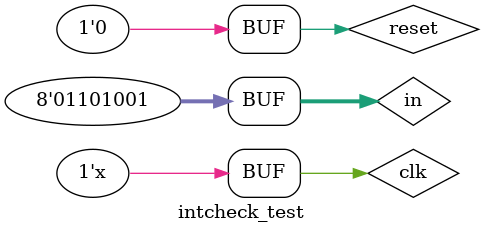
<source format=v>
`timescale 1ns / 1ps


module intcheck_test;

	// Inputs
	reg clk;
	reg reset;
	reg [7:0] in;

	// Outputs
	wire out;
    // debug
    // wire [4:0] status_output;

	// Instantiate the Unit Under Test (UUT)
	intcheck uut (
		.clk(clk), 
		.reset(reset), 
		.in(in), 
        // debug
        // .status_output(status_output), 
		.out(out)
	);
	
	always #1 begin
		clk = ~clk;
	end
	
	initial begin
		// Initialize Inputs
		clk = 0;
		reset = 1;
		in = 0;

		// Wait 100 ns for global reset to finish
		#100;
        reset = 0;
        
		// Add stimulus here
		in = "i";
		#2 in = "n";
		#2 in = "t";
		#2 in = " ";
		#2 in = " ";
		#2 in = "A";
		#2 in = ";";
		#2 in = "i";
		#2 in = "n";
		#2 in = "t";
		#2 in = " ";
		#2 in = "b";
		#2 in = "_";
		#2 in = "1";
		#2 in = ",";
		#2 in = "c";
		#2 in = ";";
		#2 in = " ";
		#2 in = "i";
		#2 in = "n";
		#2 in = "t";
		#2 in = " ";
		#2 in = "i";
		#2 in = ",";
		#2 in = "i";
		#2 in = "n";
		#2 in = ",";
		#2 in = "i";
		#2 in = "n";
		#2 in = "t";
		#2 in = "d";
		#2 in = ";";
		#2 in = "i";
		#2 in = "n";
		#2 in = "t";
		#2 in = " ";
		#2 in = "e";
		#2 in = "[";
		#2 in = "2";
		#2 in = "]";
		#2 in = ";";
		#2 in = ";";
		#2 in = "i";
		#2 in = "n";
		#2 in = "t";
		#2 in = " ";
		#2 in = "f";
		#2 in = ",";
		#2 in = "i";
		#2 in = "n";
		#2 in = "t";
		#2 in = ",";
		#2 in = "g";
		#2 in = ";";
		#2 in = "i";
		
	end
      
endmodule


</source>
